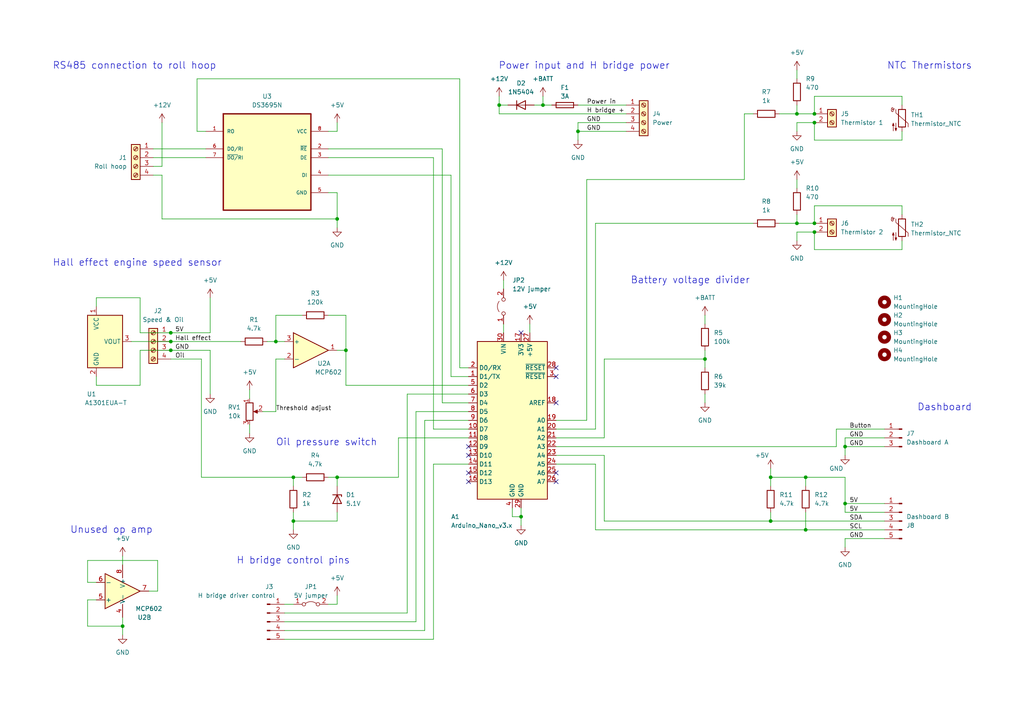
<source format=kicad_sch>
(kicad_sch (version 20230121) (generator eeschema)
  (paper "A4")
  (title_block (title "Tractor Engine Watchdog") (date "2023-10-13") (company "Jotham Gates") (comment 1 "https://github.com/jgOhYeah/TractorWatchdog"))
  (lib_symbols
    (symbol "Amplifier_Operational:MCP602" (pin_names (offset 0.127))
      (property "Reference" "U" (at 0 5.08 0))
      (property "Value" "MCP602" (at 0 -5.08 0))
      (symbol "MCP602_1_1"
        (polyline (pts (xy -5.08 5.08) (xy 5.08 0) (xy -5.08 -5.08) (xy -5.08 5.08)) (stroke (width 0.254)) (fill (type background)))
        (pin output line (at 7.62 0 180) (length 2.54) (name "~") (number "1"))
        (pin input line (at -7.62 -2.54 0) (length 2.54) (name "-") (number "2"))
        (pin input line (at -7.62 2.54 0) (length 2.54) (name "+") (number "3"))
      )
      (symbol "MCP602_2_1"
        (polyline (pts (xy -5.08 5.08) (xy 5.08 0) (xy -5.08 -5.08) (xy -5.08 5.08)) (stroke (width 0.254)) (fill (type background)))
        (pin input line (at -7.62 2.54 0) (length 2.54) (name "+") (number "5"))
        (pin input line (at -7.62 -2.54 0) (length 2.54) (name "-") (number "6"))
        (pin output line (at 7.62 0 180) (length 2.54) (name "~") (number "7"))
      )
      (symbol "MCP602_3_1"
        (pin power_in line (at -2.54 -7.62 90) (length 3.81) (name "V-") (number "4"))
        (pin power_in line (at -2.54 7.62 270) (length 3.81) (name "V+") (number "8"))
      )
    )
    (symbol "Connector:Conn_01x03_Pin" (pin_names (offset 1.016) hide)
      (property "Reference" "J" (at 0 5.08 0))
      (property "Value" "Conn_01x03_Pin" (at 0 -5.08 0))
      (symbol "Conn_01x03_Pin_1_1"
        (polyline (pts (xy 1.27 -2.54) (xy 0.8636 -2.54)) (stroke (width 0.1524)))
        (polyline (pts (xy 1.27 0) (xy 0.8636 0)) (stroke (width 0.1524)))
        (polyline (pts (xy 1.27 2.54) (xy 0.8636 2.54)) (stroke (width 0.1524)))
        (rectangle (start 0.8636 -2.413) (end 0 -2.667) (stroke (width 0.1524)) (fill (type outline)))
        (rectangle (start 0.8636 0.127) (end 0 -0.127) (stroke (width 0.1524)) (fill (type outline)))
        (rectangle (start 0.8636 2.667) (end 0 2.413) (stroke (width 0.1524)) (fill (type outline)))
        (pin passive line (at 5.08 2.54 180) (length 3.81) (name "Pin_1") (number "1"))
        (pin passive line (at 5.08 0 180) (length 3.81) (name "Pin_2") (number "2"))
        (pin passive line (at 5.08 -2.54 180) (length 3.81) (name "Pin_3") (number "3"))
      )
    )
    (symbol "Connector:Conn_01x05_Pin" (pin_names (offset 1.016) hide)
      (property "Reference" "J" (at 0 7.62 0))
      (property "Value" "Conn_01x05_Pin" (at 0 -7.62 0))
      (symbol "Conn_01x05_Pin_1_1"
        (polyline (pts (xy 1.27 -5.08) (xy 0.8636 -5.08)) (stroke (width 0.1524)))
        (polyline (pts (xy 1.27 -2.54) (xy 0.8636 -2.54)) (stroke (width 0.1524)))
        (polyline (pts (xy 1.27 0) (xy 0.8636 0)) (stroke (width 0.1524)))
        (polyline (pts (xy 1.27 2.54) (xy 0.8636 2.54)) (stroke (width 0.1524)))
        (polyline (pts (xy 1.27 5.08) (xy 0.8636 5.08)) (stroke (width 0.1524)))
        (rectangle (start 0.8636 -4.953) (end 0 -5.207) (stroke (width 0.1524)) (fill (type outline)))
        (rectangle (start 0.8636 -2.413) (end 0 -2.667) (stroke (width 0.1524)) (fill (type outline)))
        (rectangle (start 0.8636 0.127) (end 0 -0.127) (stroke (width 0.1524)) (fill (type outline)))
        (rectangle (start 0.8636 2.667) (end 0 2.413) (stroke (width 0.1524)) (fill (type outline)))
        (rectangle (start 0.8636 5.207) (end 0 4.953) (stroke (width 0.1524)) (fill (type outline)))
        (pin passive line (at 5.08 5.08 180) (length 3.81) (name "Pin_1") (number "1"))
        (pin passive line (at 5.08 2.54 180) (length 3.81) (name "Pin_2") (number "2"))
        (pin passive line (at 5.08 0 180) (length 3.81) (name "Pin_3") (number "3"))
        (pin passive line (at 5.08 -2.54 180) (length 3.81) (name "Pin_4") (number "4"))
        (pin passive line (at 5.08 -5.08 180) (length 3.81) (name "Pin_5") (number "5"))
      )
    )
    (symbol "Connector:Screw_Terminal_01x02" (pin_names (offset 1.016) hide)
      (property "Reference" "J" (at 0 2.54 0))
      (property "Value" "Screw_Terminal_01x02" (at 0 -5.08 0))
      (symbol "Screw_Terminal_01x02_1_1"
        (rectangle (start -1.27 1.27) (end 1.27 -3.81) (stroke (width 0.254)) (fill (type background)))
        (circle (center 0 -2.54) (radius 0.635) (stroke (width 0.1524)))
        (polyline (pts (xy -0.5334 -2.2098) (xy 0.3302 -3.048)) (stroke (width 0.1524)))
        (polyline (pts (xy -0.5334 0.3302) (xy 0.3302 -0.508)) (stroke (width 0.1524)))
        (polyline (pts (xy -0.3556 -2.032) (xy 0.508 -2.8702)) (stroke (width 0.1524)))
        (polyline (pts (xy -0.3556 0.508) (xy 0.508 -0.3302)) (stroke (width 0.1524)))
        (circle (center 0 0) (radius 0.635) (stroke (width 0.1524)))
        (pin passive line (at -5.08 0 0) (length 3.81) (name "Pin_1") (number "1"))
        (pin passive line (at -5.08 -2.54 0) (length 3.81) (name "Pin_2") (number "2"))
      )
    )
    (symbol "Connector:Screw_Terminal_01x04" (pin_names (offset 1.016) hide)
      (property "Reference" "J" (at 0 5.08 0))
      (property "Value" "Screw_Terminal_01x04" (at 0 -7.62 0))
      (symbol "Screw_Terminal_01x04_1_1"
        (rectangle (start -1.27 3.81) (end 1.27 -6.35) (stroke (width 0.254)) (fill (type background)))
        (circle (center 0 -5.08) (radius 0.635) (stroke (width 0.1524)))
        (circle (center 0 -2.54) (radius 0.635) (stroke (width 0.1524)))
        (polyline (pts (xy -0.5334 -4.7498) (xy 0.3302 -5.588)) (stroke (width 0.1524)))
        (polyline (pts (xy -0.5334 -2.2098) (xy 0.3302 -3.048)) (stroke (width 0.1524)))
        (polyline (pts (xy -0.5334 0.3302) (xy 0.3302 -0.508)) (stroke (width 0.1524)))
        (polyline (pts (xy -0.5334 2.8702) (xy 0.3302 2.032)) (stroke (width 0.1524)))
        (polyline (pts (xy -0.3556 -4.572) (xy 0.508 -5.4102)) (stroke (width 0.1524)))
        (polyline (pts (xy -0.3556 -2.032) (xy 0.508 -2.8702)) (stroke (width 0.1524)))
        (polyline (pts (xy -0.3556 0.508) (xy 0.508 -0.3302)) (stroke (width 0.1524)))
        (polyline (pts (xy -0.3556 3.048) (xy 0.508 2.2098)) (stroke (width 0.1524)))
        (circle (center 0 0) (radius 0.635) (stroke (width 0.1524)))
        (circle (center 0 2.54) (radius 0.635) (stroke (width 0.1524)))
        (pin passive line (at -5.08 2.54 0) (length 3.81) (name "Pin_1") (number "1"))
        (pin passive line (at -5.08 0 0) (length 3.81) (name "Pin_2") (number "2"))
        (pin passive line (at -5.08 -2.54 0) (length 3.81) (name "Pin_3") (number "3"))
        (pin passive line (at -5.08 -5.08 0) (length 3.81) (name "Pin_4") (number "4"))
      )
    )
    (symbol "DS3695N:DS3695N" (pin_names (offset 1.016))
      (property "Reference" "U" (at -5.08 11.5062 0))
      (property "Value" "DS3695N" (at -6.2992 -20.5994 0))
      (symbol "DS3695N_0_0"
        (rectangle (start -12.7 -17.78) (end 12.7 10.16) (stroke (width 0.4064)) (fill (type background)))
        (pin output line (at 17.78 5.08 180) (length 5.08) (name "RO") (number "1"))
        (pin input line (at -17.78 0 0) (length 5.08) (name "~{RE}") (number "2"))
        (pin input line (at -17.78 -2.54 0) (length 5.08) (name "DE") (number "3"))
        (pin input line (at -17.78 -7.62 0) (length 5.08) (name "DI") (number "4"))
        (pin passive line (at -17.78 -12.7 0) (length 5.08) (name "GND") (number "5"))
        (pin bidirectional line (at 17.78 0 180) (length 5.08) (name "DO/RI") (number "6"))
        (pin bidirectional line (at 17.78 -2.54 180) (length 5.08) (name "~{DO/}RI") (number "7"))
        (pin power_in line (at -17.78 5.08 0) (length 5.08) (name "VCC") (number "8"))
      )
    )
    (symbol "Device:D_Zener" (pin_numbers hide) (pin_names (offset 1.016) hide)
      (property "Reference" "D" (at 0 2.54 0))
      (property "Value" "D_Zener" (at 0 -2.54 0))
      (symbol "D_Zener_0_1"
        (polyline (pts (xy 1.27 0) (xy -1.27 0)))
        (polyline (pts (xy -1.27 -1.27) (xy -1.27 1.27) (xy -0.762 1.27)) (stroke (width 0.254)))
        (polyline (pts (xy 1.27 -1.27) (xy 1.27 1.27) (xy -1.27 0) (xy 1.27 -1.27)) (stroke (width 0.254)))
      )
      (symbol "D_Zener_1_1"
        (pin passive line (at -3.81 0 0) (length 2.54) (name "K") (number "1"))
        (pin passive line (at 3.81 0 180) (length 2.54) (name "A") (number "2"))
      )
    )
    (symbol "Device:Fuse" (pin_numbers hide) (pin_names (offset 0))
      (property "Reference" "F" (at 2.032 0 90))
      (property "Value" "Fuse" (at -1.905 0 90))
      (symbol "Fuse_0_1"
        (rectangle (start -0.762 -2.54) (end 0.762 2.54) (stroke (width 0.254)))
        (polyline (pts (xy 0 2.54) (xy 0 -2.54)))
      )
      (symbol "Fuse_1_1"
        (pin passive line (at 0 3.81 270) (length 1.27) (name "~") (number "1"))
        (pin passive line (at 0 -3.81 90) (length 1.27) (name "~") (number "2"))
      )
    )
    (symbol "Device:R" (pin_numbers hide) (pin_names (offset 0))
      (property "Reference" "R" (at 2.032 0 90))
      (property "Value" "R" (at 0 0 90))
      (symbol "R_0_1"
        (rectangle (start -1.016 -2.54) (end 1.016 2.54) (stroke (width 0.254)))
      )
      (symbol "R_1_1"
        (pin passive line (at 0 3.81 270) (length 1.27) (name "~") (number "1"))
        (pin passive line (at 0 -3.81 90) (length 1.27) (name "~") (number "2"))
      )
    )
    (symbol "Device:R_Potentiometer" (pin_names (offset 1.016) hide)
      (property "Reference" "RV" (at -4.445 0 90))
      (property "Value" "R_Potentiometer" (at -2.54 0 90))
      (symbol "R_Potentiometer_0_1"
        (polyline (pts (xy 2.54 0) (xy 1.524 0)))
        (polyline (pts (xy 1.143 0) (xy 2.286 0.508) (xy 2.286 -0.508) (xy 1.143 0)) (fill (type outline)))
        (rectangle (start 1.016 2.54) (end -1.016 -2.54) (stroke (width 0.254)))
      )
      (symbol "R_Potentiometer_1_1"
        (pin passive line (at 0 3.81 270) (length 1.27) (name "1") (number "1"))
        (pin passive line (at 3.81 0 180) (length 1.27) (name "2") (number "2"))
        (pin passive line (at 0 -3.81 90) (length 1.27) (name "3") (number "3"))
      )
    )
    (symbol "Device:Thermistor_NTC" (pin_numbers hide) (pin_names (offset 0))
      (property "Reference" "TH" (at -4.445 0 90))
      (property "Value" "Thermistor_NTC" (at 3.175 0 90))
      (symbol "Thermistor_NTC_0_1"
        (arc (start -3.048 2.159) (mid -3.0495 2.3143) (end -3.175 2.413))
        (arc (start -3.048 2.159) (mid -2.9736 1.9794) (end -2.794 1.905))
        (arc (start -3.048 2.794) (mid -2.9736 2.6144) (end -2.794 2.54))
        (arc (start -2.794 1.905) (mid -2.6144 1.9794) (end -2.54 2.159))
        (arc (start -2.794 2.54) (mid -2.4393 2.5587) (end -2.159 2.794))
        (arc (start -2.794 3.048) (mid -2.9736 2.9736) (end -3.048 2.794))
        (arc (start -2.54 2.794) (mid -2.6144 2.9736) (end -2.794 3.048))
        (rectangle (start -1.016 2.54) (end 1.016 -2.54) (stroke (width 0.254)))
        (polyline (pts (xy -2.54 2.159) (xy -2.54 2.794)))
        (polyline (pts (xy -1.778 2.54) (xy -1.778 1.524) (xy 1.778 -1.524) (xy 1.778 -2.54)))
        (polyline (pts (xy -2.54 -3.683) (xy -2.54 -1.397) (xy -2.794 -2.159) (xy -2.286 -2.159) (xy -2.54 -1.397) (xy -2.54 -1.651)) (fill (type outline)))
        (polyline (pts (xy -1.778 -1.397) (xy -1.778 -3.683) (xy -2.032 -2.921) (xy -1.524 -2.921) (xy -1.778 -3.683) (xy -1.778 -3.429)) (fill (type outline)))
      )
      (symbol "Thermistor_NTC_1_1"
        (pin passive line (at 0 3.81 270) (length 1.27) (name "~") (number "1"))
        (pin passive line (at 0 -3.81 90) (length 1.27) (name "~") (number "2"))
      )
    )
    (symbol "Diode:1N5404" (pin_numbers hide) (pin_names hide)
      (property "Reference" "D" (at 0 2.54 0))
      (property "Value" "1N5404" (at 0 -2.54 0))
      (symbol "1N5404_0_1"
        (polyline (pts (xy -1.27 1.27) (xy -1.27 -1.27)) (stroke (width 0.254)))
        (polyline (pts (xy 1.27 0) (xy -1.27 0)))
        (polyline (pts (xy 1.27 1.27) (xy 1.27 -1.27) (xy -1.27 0) (xy 1.27 1.27)) (stroke (width 0.254)))
      )
      (symbol "1N5404_1_1"
        (pin passive line (at -3.81 0 0) (length 2.54) (name "K") (number "1"))
        (pin passive line (at 3.81 0 180) (length 2.54) (name "A") (number "2"))
      )
    )
    (symbol "Jumper:Jumper_2_Bridged" (pin_names (offset 0) hide)
      (property "Reference" "JP" (at 0 1.905 0))
      (property "Value" "Jumper_2_Bridged" (at 0 -2.54 0))
      (symbol "Jumper_2_Bridged_0_0"
        (circle (center -2.032 0) (radius 0.508))
        (circle (center 2.032 0) (radius 0.508))
      )
      (symbol "Jumper_2_Bridged_0_1"
        (arc (start 1.524 0.254) (mid 0 0.762) (end -1.524 0.254))
      )
      (symbol "Jumper_2_Bridged_1_1"
        (pin passive line (at -5.08 0 0) (length 2.54) (name "A") (number "1"))
        (pin passive line (at 5.08 0 180) (length 2.54) (name "B") (number "2"))
      )
    )
    (symbol "Jumper:Jumper_2_Open" (pin_names (offset 0) hide)
      (property "Reference" "JP" (at 0 2.794 0))
      (property "Value" "Jumper_2_Open" (at 0 -2.286 0))
      (symbol "Jumper_2_Open_0_0"
        (circle (center -2.032 0) (radius 0.508))
        (circle (center 2.032 0) (radius 0.508))
      )
      (symbol "Jumper_2_Open_0_1"
        (arc (start 1.524 1.27) (mid 0 1.778) (end -1.524 1.27))
      )
      (symbol "Jumper_2_Open_1_1"
        (pin passive line (at -5.08 0 0) (length 2.54) (name "A") (number "1"))
        (pin passive line (at 5.08 0 180) (length 2.54) (name "B") (number "2"))
      )
    )
    (symbol "MCU_Module:Arduino_Nano_v3.x"
      (property "Reference" "A" (at -10.16 23.495 0))
      (property "Value" "Arduino_Nano_v3.x" (at 5.08 -24.13 0))
      (symbol "Arduino_Nano_v3.x_0_1"
        (rectangle (start -10.16 22.86) (end 10.16 -22.86) (stroke (width 0.254)) (fill (type background)))
      )
      (symbol "Arduino_Nano_v3.x_1_1"
        (pin bidirectional line (at -12.7 12.7 0) (length 2.54) (name "D1/TX") (number "1"))
        (pin bidirectional line (at -12.7 -2.54 0) (length 2.54) (name "D7") (number "10"))
        (pin bidirectional line (at -12.7 -5.08 0) (length 2.54) (name "D8") (number "11"))
        (pin bidirectional line (at -12.7 -7.62 0) (length 2.54) (name "D9") (number "12"))
        (pin bidirectional line (at -12.7 -10.16 0) (length 2.54) (name "D10") (number "13"))
        (pin bidirectional line (at -12.7 -12.7 0) (length 2.54) (name "D11") (number "14"))
        (pin bidirectional line (at -12.7 -15.24 0) (length 2.54) (name "D12") (number "15"))
        (pin bidirectional line (at -12.7 -17.78 0) (length 2.54) (name "D13") (number "16"))
        (pin power_out line (at 2.54 25.4 270) (length 2.54) (name "3V3") (number "17"))
        (pin input line (at 12.7 5.08 180) (length 2.54) (name "AREF") (number "18"))
        (pin bidirectional line (at 12.7 0 180) (length 2.54) (name "A0") (number "19"))
        (pin bidirectional line (at -12.7 15.24 0) (length 2.54) (name "D0/RX") (number "2"))
        (pin bidirectional line (at 12.7 -2.54 180) (length 2.54) (name "A1") (number "20"))
        (pin bidirectional line (at 12.7 -5.08 180) (length 2.54) (name "A2") (number "21"))
        (pin bidirectional line (at 12.7 -7.62 180) (length 2.54) (name "A3") (number "22"))
        (pin bidirectional line (at 12.7 -10.16 180) (length 2.54) (name "A4") (number "23"))
        (pin bidirectional line (at 12.7 -12.7 180) (length 2.54) (name "A5") (number "24"))
        (pin bidirectional line (at 12.7 -15.24 180) (length 2.54) (name "A6") (number "25"))
        (pin bidirectional line (at 12.7 -17.78 180) (length 2.54) (name "A7") (number "26"))
        (pin power_out line (at 5.08 25.4 270) (length 2.54) (name "+5V") (number "27"))
        (pin input line (at 12.7 15.24 180) (length 2.54) (name "~{RESET}") (number "28"))
        (pin power_in line (at 2.54 -25.4 90) (length 2.54) (name "GND") (number "29"))
        (pin input line (at 12.7 12.7 180) (length 2.54) (name "~{RESET}") (number "3"))
        (pin power_in line (at -2.54 25.4 270) (length 2.54) (name "VIN") (number "30"))
        (pin power_in line (at 0 -25.4 90) (length 2.54) (name "GND") (number "4"))
        (pin bidirectional line (at -12.7 10.16 0) (length 2.54) (name "D2") (number "5"))
        (pin bidirectional line (at -12.7 7.62 0) (length 2.54) (name "D3") (number "6"))
        (pin bidirectional line (at -12.7 5.08 0) (length 2.54) (name "D4") (number "7"))
        (pin bidirectional line (at -12.7 2.54 0) (length 2.54) (name "D5") (number "8"))
        (pin bidirectional line (at -12.7 0 0) (length 2.54) (name "D6") (number "9"))
      )
    )
    (symbol "Mechanical:MountingHole" (pin_names (offset 1.016))
      (property "Reference" "H" (at 0 5.08 0))
      (property "Value" "MountingHole" (at 0 3.175 0))
      (symbol "MountingHole_0_1"
        (circle (center 0 0) (radius 1.27) (stroke (width 1.27)))
      )
    )
    (symbol "Sensor_Magnetic:A1301EUA-T"
      (property "Reference" "U" (at 0 11.43 0))
      (property "Value" "A1301EUA-T" (at 0 8.89 0))
      (symbol "A1301EUA-T_0_1"
        (rectangle (start -5.08 7.62) (end 5.08 -7.62) (stroke (width 0.254)) (fill (type background)))
      )
      (symbol "A1301EUA-T_1_1"
        (pin power_in line (at -2.54 10.16 270) (length 2.54) (name "VCC") (number "1"))
        (pin power_in line (at -2.54 -10.16 90) (length 2.54) (name "GND") (number "2"))
        (pin output line (at 7.62 0 180) (length 2.54) (name "VOUT") (number "3"))
      )
    )
    (symbol "power:+12V" (power) (pin_names (offset 0))
      (property "Value" "+12V" (at 0 3.556 0))
      (symbol "+12V_0_1"
        (polyline (pts (xy -0.762 1.27) (xy 0 2.54)))
        (polyline (pts (xy 0 0) (xy 0 2.54)))
        (polyline (pts (xy 0 2.54) (xy 0.762 1.27)))
      )
      (symbol "+12V_1_1"
        (pin power_in line (at 0 0 90) (length 0) hide (name "+12V") (number "1"))
      )
    )
    (symbol "power:+5V" (power) (pin_names (offset 0))
      (property "Value" "+5V" (at 0 3.556 0))
      (symbol "+5V_0_1"
        (polyline (pts (xy -0.762 1.27) (xy 0 2.54)))
        (polyline (pts (xy 0 0) (xy 0 2.54)))
        (polyline (pts (xy 0 2.54) (xy 0.762 1.27)))
      )
      (symbol "+5V_1_1"
        (pin power_in line (at 0 0 90) (length 0) hide (name "+5V") (number "1"))
      )
    )
    (symbol "power:+BATT" (power) (pin_names (offset 0))
      (property "Value" "+BATT" (at 0 3.556 0))
      (symbol "+BATT_0_1"
        (polyline (pts (xy -0.762 1.27) (xy 0 2.54)))
        (polyline (pts (xy 0 0) (xy 0 2.54)))
        (polyline (pts (xy 0 2.54) (xy 0.762 1.27)))
      )
      (symbol "+BATT_1_1"
        (pin power_in line (at 0 0 90) (length 0) hide (name "+BATT") (number "1"))
      )
    )
    (symbol "power:GND" (power) (pin_names (offset 0))
      (property "Value" "GND" (at 0 -3.81 0))
      (symbol "GND_0_1"
        (polyline (pts (xy 0 0) (xy 0 -1.27) (xy 1.27 -1.27) (xy 0 -2.54) (xy -1.27 -1.27) (xy 0 -1.27)))
      )
      (symbol "GND_1_1"
        (pin power_in line (at 0 0 270) (length 0) hide (name "GND") (number "1"))
      )
    )
  )
  (junction (at 245.11 129.54))
  (junction (at 97.79 138.43))
  (junction (at 236.22 64.77))
  (junction (at 35.56 181.61))
  (junction (at 236.22 67.31))
  (junction (at 49.53 96.52))
  (junction (at 49.53 101.6))
  (junction (at 100.33 101.6))
  (junction (at 80.01 99.06))
  (junction (at 157.48 30.48))
  (junction (at 231.14 64.77))
  (junction (at 231.14 33.02))
  (junction (at 236.22 35.56))
  (junction (at 49.53 99.06))
  (junction (at 204.47 104.14))
  (junction (at 233.68 153.67))
  (junction (at 236.22 33.02))
  (junction (at 85.09 138.43))
  (junction (at 223.52 138.43))
  (junction (at 245.11 146.05))
  (junction (at 151.13 149.86))
  (junction (at 85.09 151.13))
  (junction (at 97.79 63.5))
  (junction (at 233.68 138.43))
  (junction (at 167.64 38.1))
  (junction (at 223.52 151.13))
  (junction (at 144.78 30.48))
  (no_connect (at 151.13 96.52))
  (no_connect (at 135.89 129.54))
  (no_connect (at 135.89 139.7))
  (no_connect (at 135.89 132.08))
  (no_connect (at 161.29 139.7))
  (no_connect (at 161.29 137.16))
  (no_connect (at 161.29 116.84))
  (no_connect (at 161.29 109.22))
  (no_connect (at 135.89 137.16))
  (no_connect (at 161.29 106.68))
  (wire (pts (xy 40.64 101.6) (xy 40.64 111.76)))
  (wire (pts (xy 115.57 127) (xy 115.57 138.43)))
  (wire (pts (xy 82.55 175.26) (xy 85.09 175.26)))
  (wire (pts (xy 161.29 134.62) (xy 172.72 134.62)))
  (wire (pts (xy 60.96 86.36) (xy 60.96 96.52)))
  (wire (pts (xy 57.15 22.86) (xy 57.15 38.1)))
  (wire (pts (xy 125.73 45.72) (xy 95.25 45.72)))
  (wire (pts (xy 172.72 64.77) (xy 172.72 124.46)))
  (wire (pts (xy 223.52 151.13) (xy 256.54 151.13)))
  (wire (pts (xy 151.13 149.86) (xy 151.13 152.4)))
  (wire (pts (xy 44.45 50.8) (xy 46.99 50.8)))
  (wire (pts (xy 236.22 35.56) (xy 236.22 40.64)))
  (wire (pts (xy 133.35 22.86) (xy 57.15 22.86)))
  (wire (pts (xy 45.72 171.45) (xy 43.18 171.45)))
  (wire (pts (xy 204.47 91.44) (xy 204.47 93.98)))
  (wire (pts (xy 49.53 101.6) (xy 60.96 101.6)))
  (wire (pts (xy 135.89 106.68) (xy 133.35 106.68)))
  (wire (pts (xy 125.73 185.42) (xy 125.73 134.62)))
  (wire (pts (xy 146.05 93.98) (xy 146.05 96.52)))
  (wire (pts (xy 125.73 124.46) (xy 125.73 45.72)))
  (wire (pts (xy 82.55 99.06) (xy 80.01 99.06)))
  (wire (pts (xy 261.62 27.94) (xy 261.62 30.48)))
  (wire (pts (xy 175.26 104.14) (xy 175.26 127)))
  (wire (pts (xy 261.62 59.69) (xy 236.22 59.69)))
  (wire (pts (xy 125.73 124.46) (xy 135.89 124.46)))
  (wire (pts (xy 170.18 52.07) (xy 215.9 52.07)))
  (wire (pts (xy 46.99 50.8) (xy 46.99 63.5)))
  (wire (pts (xy 35.56 161.29) (xy 35.56 163.83)))
  (wire (pts (xy 181.61 35.56) (xy 167.64 35.56)))
  (wire (pts (xy 261.62 27.94) (xy 236.22 27.94)))
  (wire (pts (xy 123.19 121.92) (xy 135.89 121.92)))
  (wire (pts (xy 40.64 86.36) (xy 40.64 96.52)))
  (wire (pts (xy 97.79 35.56) (xy 97.79 38.1)))
  (wire (pts (xy 82.55 104.14) (xy 80.01 104.14)))
  (wire (pts (xy 245.11 129.54) (xy 245.11 132.08)))
  (wire (pts (xy 35.56 184.15) (xy 35.56 181.61)))
  (wire (pts (xy 80.01 119.38) (xy 76.2 119.38)))
  (wire (pts (xy 80.01 91.44) (xy 87.63 91.44)))
  (wire (pts (xy 97.79 38.1) (xy 95.25 38.1)))
  (wire (pts (xy 261.62 59.69) (xy 261.62 62.23)))
  (wire (pts (xy 60.96 101.6) (xy 60.96 114.3)))
  (wire (pts (xy 261.62 40.64) (xy 236.22 40.64)))
  (wire (pts (xy 167.64 35.56) (xy 167.64 38.1)))
  (wire (pts (xy 125.73 134.62) (xy 135.89 134.62)))
  (wire (pts (xy 236.22 27.94) (xy 236.22 33.02)))
  (wire (pts (xy 46.99 63.5) (xy 97.79 63.5)))
  (wire (pts (xy 57.15 38.1) (xy 59.69 38.1)))
  (wire (pts (xy 245.11 127) (xy 245.11 129.54)))
  (wire (pts (xy 233.68 153.67) (xy 256.54 153.67)))
  (wire (pts (xy 215.9 52.07) (xy 215.9 33.02)))
  (wire (pts (xy 167.64 30.48) (xy 181.61 30.48)))
  (wire (pts (xy 100.33 101.6) (xy 100.33 111.76)))
  (wire (pts (xy 97.79 63.5) (xy 97.79 66.04)))
  (wire (pts (xy 100.33 91.44) (xy 100.33 101.6)))
  (wire (pts (xy 97.79 63.5) (xy 97.79 55.88)))
  (wire (pts (xy 233.68 138.43) (xy 245.11 138.43)))
  (wire (pts (xy 44.45 43.18) (xy 59.69 43.18)))
  (wire (pts (xy 40.64 111.76) (xy 27.94 111.76)))
  (wire (pts (xy 153.67 93.98) (xy 153.67 96.52)))
  (wire (pts (xy 204.47 101.6) (xy 204.47 104.14)))
  (wire (pts (xy 172.72 153.67) (xy 233.68 153.67)))
  (wire (pts (xy 25.4 168.91) (xy 25.4 162.56)))
  (wire (pts (xy 128.27 116.84) (xy 135.89 116.84)))
  (wire (pts (xy 233.68 138.43) (xy 233.68 140.97)))
  (wire (pts (xy 118.11 114.3) (xy 135.89 114.3)))
  (wire (pts (xy 97.79 138.43) (xy 97.79 140.97)))
  (wire (pts (xy 135.89 109.22) (xy 130.81 109.22)))
  (wire (pts (xy 154.94 30.48) (xy 157.48 30.48)))
  (wire (pts (xy 100.33 101.6) (xy 97.79 101.6)))
  (wire (pts (xy 231.14 64.77) (xy 236.22 64.77)))
  (wire (pts (xy 170.18 52.07) (xy 170.18 121.92)))
  (wire (pts (xy 27.94 109.22) (xy 27.94 111.76)))
  (wire (pts (xy 175.26 151.13) (xy 175.26 132.08)))
  (wire (pts (xy 204.47 114.3) (xy 204.47 116.84)))
  (wire (pts (xy 144.78 33.02) (xy 144.78 30.48)))
  (wire (pts (xy 72.39 123.19) (xy 72.39 125.73)))
  (wire (pts (xy 231.14 33.02) (xy 236.22 33.02)))
  (wire (pts (xy 161.29 127) (xy 175.26 127)))
  (wire (pts (xy 148.59 149.86) (xy 151.13 149.86)))
  (wire (pts (xy 128.27 43.18) (xy 95.25 43.18)))
  (wire (pts (xy 85.09 138.43) (xy 85.09 140.97)))
  (wire (pts (xy 120.65 180.34) (xy 120.65 119.38)))
  (wire (pts (xy 231.14 67.31) (xy 231.14 69.85)))
  (wire (pts (xy 130.81 50.8) (xy 95.25 50.8)))
  (wire (pts (xy 25.4 181.61) (xy 35.56 181.61)))
  (wire (pts (xy 245.11 148.59) (xy 245.11 146.05)))
  (wire (pts (xy 49.53 96.52) (xy 60.96 96.52)))
  (wire (pts (xy 25.4 173.99) (xy 25.4 181.61)))
  (wire (pts (xy 242.57 124.46) (xy 242.57 129.54)))
  (wire (pts (xy 27.94 86.36) (xy 27.94 88.9)))
  (wire (pts (xy 256.54 148.59) (xy 245.11 148.59)))
  (wire (pts (xy 97.79 148.59) (xy 97.79 151.13)))
  (wire (pts (xy 223.52 138.43) (xy 233.68 138.43)))
  (wire (pts (xy 128.27 116.84) (xy 128.27 43.18)))
  (wire (pts (xy 175.26 132.08) (xy 161.29 132.08)))
  (wire (pts (xy 236.22 59.69) (xy 236.22 64.77)))
  (wire (pts (xy 85.09 151.13) (xy 85.09 153.67)))
  (wire (pts (xy 58.42 104.14) (xy 58.42 138.43)))
  (wire (pts (xy 130.81 109.22) (xy 130.81 50.8)))
  (wire (pts (xy 45.72 162.56) (xy 45.72 171.45)))
  (wire (pts (xy 95.25 138.43) (xy 97.79 138.43)))
  (wire (pts (xy 58.42 138.43) (xy 85.09 138.43)))
  (wire (pts (xy 236.22 35.56) (xy 231.14 35.56)))
  (wire (pts (xy 261.62 69.85) (xy 261.62 72.39)))
  (wire (pts (xy 95.25 175.26) (xy 97.79 175.26)))
  (wire (pts (xy 157.48 27.94) (xy 157.48 30.48)))
  (wire (pts (xy 27.94 86.36) (xy 40.64 86.36)))
  (wire (pts (xy 167.64 38.1) (xy 167.64 40.64)))
  (wire (pts (xy 148.59 147.32) (xy 148.59 149.86)))
  (wire (pts (xy 82.55 177.8) (xy 118.11 177.8)))
  (wire (pts (xy 231.14 62.23) (xy 231.14 64.77)))
  (wire (pts (xy 256.54 124.46) (xy 242.57 124.46)))
  (wire (pts (xy 245.11 156.21) (xy 245.11 158.75)))
  (wire (pts (xy 223.52 135.89) (xy 223.52 138.43)))
  (wire (pts (xy 97.79 55.88) (xy 95.25 55.88)))
  (wire (pts (xy 49.53 101.6) (xy 40.64 101.6)))
  (wire (pts (xy 85.09 151.13) (xy 85.09 148.59)))
  (wire (pts (xy 231.14 52.07) (xy 231.14 54.61)))
  (wire (pts (xy 123.19 182.88) (xy 123.19 121.92)))
  (wire (pts (xy 231.14 35.56) (xy 231.14 38.1)))
  (wire (pts (xy 115.57 138.43) (xy 97.79 138.43)))
  (wire (pts (xy 25.4 173.99) (xy 27.94 173.99)))
  (wire (pts (xy 223.52 140.97) (xy 223.52 138.43)))
  (wire (pts (xy 236.22 67.31) (xy 236.22 72.39)))
  (wire (pts (xy 100.33 111.76) (xy 135.89 111.76)))
  (wire (pts (xy 245.11 129.54) (xy 256.54 129.54)))
  (wire (pts (xy 256.54 156.21) (xy 245.11 156.21)))
  (wire (pts (xy 85.09 138.43) (xy 87.63 138.43)))
  (wire (pts (xy 25.4 162.56) (xy 45.72 162.56)))
  (wire (pts (xy 82.55 180.34) (xy 120.65 180.34)))
  (wire (pts (xy 144.78 27.94) (xy 144.78 30.48)))
  (wire (pts (xy 27.94 168.91) (xy 25.4 168.91)))
  (wire (pts (xy 233.68 148.59) (xy 233.68 153.67)))
  (wire (pts (xy 245.11 146.05) (xy 256.54 146.05)))
  (wire (pts (xy 172.72 124.46) (xy 161.29 124.46)))
  (wire (pts (xy 82.55 182.88) (xy 123.19 182.88)))
  (wire (pts (xy 236.22 67.31) (xy 231.14 67.31)))
  (wire (pts (xy 95.25 91.44) (xy 100.33 91.44)))
  (wire (pts (xy 151.13 147.32) (xy 151.13 149.86)))
  (wire (pts (xy 82.55 185.42) (xy 125.73 185.42)))
  (wire (pts (xy 77.47 99.06) (xy 80.01 99.06)))
  (wire (pts (xy 161.29 121.92) (xy 170.18 121.92)))
  (wire (pts (xy 256.54 127) (xy 245.11 127)))
  (wire (pts (xy 49.53 96.52) (xy 40.64 96.52)))
  (wire (pts (xy 72.39 113.03) (xy 72.39 115.57)))
  (wire (pts (xy 215.9 33.02) (xy 218.44 33.02)))
  (wire (pts (xy 38.1 99.06) (xy 49.53 99.06)))
  (wire (pts (xy 46.99 35.56) (xy 46.99 48.26)))
  (wire (pts (xy 115.57 127) (xy 135.89 127)))
  (wire (pts (xy 226.06 33.02) (xy 231.14 33.02)))
  (wire (pts (xy 35.56 179.07) (xy 35.56 181.61)))
  (wire (pts (xy 223.52 148.59) (xy 223.52 151.13)))
  (wire (pts (xy 175.26 104.14) (xy 204.47 104.14)))
  (wire (pts (xy 49.53 104.14) (xy 58.42 104.14)))
  (wire (pts (xy 245.11 138.43) (xy 245.11 146.05)))
  (wire (pts (xy 120.65 119.38) (xy 135.89 119.38)))
  (wire (pts (xy 144.78 33.02) (xy 181.61 33.02)))
  (wire (pts (xy 231.14 20.32) (xy 231.14 22.86)))
  (wire (pts (xy 181.61 38.1) (xy 167.64 38.1)))
  (wire (pts (xy 80.01 104.14) (xy 80.01 119.38)))
  (wire (pts (xy 157.48 30.48) (xy 160.02 30.48)))
  (wire (pts (xy 97.79 151.13) (xy 85.09 151.13)))
  (wire (pts (xy 175.26 151.13) (xy 223.52 151.13)))
  (wire (pts (xy 144.78 30.48) (xy 147.32 30.48)))
  (wire (pts (xy 133.35 106.68) (xy 133.35 22.86)))
  (wire (pts (xy 146.05 81.28) (xy 146.05 83.82)))
  (wire (pts (xy 49.53 99.06) (xy 69.85 99.06)))
  (wire (pts (xy 261.62 38.1) (xy 261.62 40.64)))
  (wire (pts (xy 80.01 91.44) (xy 80.01 99.06)))
  (wire (pts (xy 161.29 129.54) (xy 242.57 129.54)))
  (wire (pts (xy 231.14 30.48) (xy 231.14 33.02)))
  (wire (pts (xy 226.06 64.77) (xy 231.14 64.77)))
  (wire (pts (xy 44.45 48.26) (xy 46.99 48.26)))
  (wire (pts (xy 172.72 64.77) (xy 218.44 64.77)))
  (wire (pts (xy 261.62 72.39) (xy 236.22 72.39)))
  (wire (pts (xy 44.45 45.72) (xy 59.69 45.72)))
  (wire (pts (xy 118.11 177.8) (xy 118.11 114.3)))
  (wire (pts (xy 204.47 104.14) (xy 204.47 106.68)))
  (wire (pts (xy 97.79 175.26) (xy 97.79 172.72)))
  (wire (pts (xy 172.72 153.67) (xy 172.72 134.62)))
  (text "Battery voltage divider" (at 182.88 82.55 0) (effects (font (size 2 2)) (justify left bottom)))
  (text "Power input and H bridge power" (at 194.31 20.32 0) (effects (font (size 2 2)) (justify right bottom)))
  (text "Unused op amp" (at 20.32 154.94 0) (effects (font (size 2 2)) (justify left bottom)))
  (text "Oil pressure switch" (at 80.01 129.54 0) (effects (font (size 2 2)) (justify left bottom)))
  (text "Dashboard" (at 281.94 119.38 0) (effects (font (size 2 2)) (justify right bottom)))
  (text "H bridge control pins" (at 68.58 163.83 0) (effects (font (size 2 2)) (justify left bottom)))
  (text "NTC Thermistors" (at 281.94 20.32 0) (effects (font (size 2 2)) (justify right bottom)))
  (text "Hall effect engine speed sensor" (at 15.24 77.47 0) (effects (font (size 2 2)) (justify left bottom)))
  (text "RS485 connection to roll hoop" (at 15.24 20.32 0) (effects (font (size 2 2)) (justify left bottom)))
  (label "Button" (at 246.38 124.46 0))
  (label "SCL" (at 246.38 153.67 0))
  (label "5V" (at 246.38 148.59 0))
  (label "Threshold adjust" (at 80.01 119.38 0))
  (label "5V" (at 246.38 146.05 0))
  (label "SDA" (at 246.38 151.13 0))
  (label "Hall effect" (at 50.8 99.06 0))
  (label "GND" (at 246.38 129.54 0))
  (label "GND" (at 246.38 156.21 0))
  (label "GND" (at 170.18 38.1 0))
  (label "Oil" (at 50.8 104.14 0))
  (label "GND" (at 246.38 127 0))
  (label "Power in" (at 170.18 30.48 0))
  (label "5V" (at 50.8 96.52 0))
  (label "GND" (at 170.18 35.56 0))
  (label "H bridge +" (at 170.18 33.02 0))
  (label "GND" (at 50.8 101.6 0))
  (symbol (lib_id "power:GND") (at 167.64 40.64 0) (unit 1)
    (property "Reference" "#PWR017" (effects hide))
    (property "Value" "GND" (at 167.64 45.72 0))
  )
  (symbol (lib_id "Connector:Screw_Terminal_01x04") (at 186.69 33.02 0) (unit 1)
    (property "Reference" "J4" (at 189.23 33.02 0) (effects (justify left)))
    (property "Value" "Power" (at 189.23 35.56 0) (effects (justify left)))
    (property "Footprint" "TerminalBlock:TerminalBlock_bornier-4_P5.08mm" (effects hide))
  )
  (symbol (lib_id "power:GND") (at 231.14 69.85 0) (unit 1)
    (property "Reference" "#PWR023" (effects hide))
    (property "Value" "GND" (at 231.14 74.93 0))
  )
  (symbol (lib_id "Mechanical:MountingHole") (at 256.54 92.71 0) (unit 1)
    (property "Reference" "H2" (at 259.08 91.44 0) (effects (justify left)))
    (property "Value" "MountingHole" (at 259.08 93.98 0) (effects (justify left)))
    (property "Footprint" "MountingHole:MountingHole_3.2mm_M3_Pad" (effects hide))
  )
  (symbol (lib_id "Device:Thermistor_NTC") (at 261.62 66.04 0) (unit 1) (on_board no)
    (property "Reference" "TH2" (at 264.16 65.0875 0) (effects (justify left)))
    (property "Value" "Thermistor_NTC" (at 264.16 67.6275 0) (effects (justify left)))
  )
  (symbol (lib_id "Diode:1N5404") (at 151.13 30.48 0) (unit 1)
    (property "Reference" "D2" (at 151.13 24.13 0))
    (property "Value" "1N5404" (at 151.13 26.67 0))
    (property "Footprint" "Diode_THT:D_DO-201AD_P15.24mm_Horizontal" (effects hide))
    (property "Datasheet" "http://www.vishay.com/docs/88516/1n5400.pdf" (effects hide))
    (property "Sim.Device" "D" (effects hide))
    (property "Sim.Pins" "1=K 2=A" (effects hide))
  )
  (symbol (lib_id "MCU_Module:Arduino_Nano_v3.x") (at 148.59 121.92 0) (unit 1)
    (property "Reference" "A1" (at 130.81 149.86 0) (effects (justify left)))
    (property "Value" "Arduino_Nano_v3.x" (at 130.81 152.4 0) (effects (justify left)))
    (property "Footprint" "Module:Arduino_Nano" (effects hide))
    (property "Datasheet" "http://www.mouser.com/pdfdocs/Gravitech_Arduino_Nano3_0.pdf" (effects hide))
  )
  (symbol (lib_id "power:+5V") (at 60.96 86.36 0) (unit 1)
    (property "Reference" "#PWR04" (effects hide))
    (property "Value" "+5V" (at 60.96 81.28 0))
  )
  (symbol (lib_id "power:+5V") (at 153.67 93.98 0) (unit 1)
    (property "Reference" "#PWR015" (effects hide))
    (property "Value" "+5V" (at 153.67 88.9 0))
  )
  (symbol (lib_id "Jumper:Jumper_2_Bridged") (at 90.17 175.26 0) (unit 1)
    (property "Reference" "JP1" (at 90.17 170.18 0))
    (property "Value" "5V jumper" (at 90.17 172.72 0))
    (property "Footprint" "Connector_PinSocket_2.54mm:PinSocket_1x02_P2.54mm_Vertical" (effects hide))
  )
  (symbol (lib_id "Amplifier_Operational:MCP602") (at 35.56 171.45 0) (mirror x) (unit 2)
    (property "Reference" "U2" (at 41.91 179.07 0))
    (property "Value" "MCP602" (at 43.18 176.53 0))
    (property "Footprint" "Package_DIP:DIP-8_W7.62mm_Socket_LongPads" (effects hide))
    (property "Datasheet" "http://ww1.microchip.com/downloads/en/DeviceDoc/21314g.pdf" (effects hide))
  )
  (symbol (lib_id "Device:R") (at 223.52 144.78 0) (unit 1)
    (property "Reference" "R11" (at 226.06 143.51 0) (effects (justify left)))
    (property "Value" "4.7k" (at 226.06 146.05 0) (effects (justify left)))
    (property "Footprint" "Resistor_THT:R_Axial_DIN0207_L6.3mm_D2.5mm_P7.62mm_Horizontal" (effects hide))
  )
  (symbol (lib_id "Device:R") (at 231.14 58.42 0) (unit 1)
    (property "Reference" "R10" (at 233.68 54.61 0) (effects (justify left)))
    (property "Value" "470" (at 233.68 57.15 0) (effects (justify left)))
    (property "Footprint" "Resistor_THT:R_Axial_DIN0207_L6.3mm_D2.5mm_P7.62mm_Horizontal" (effects hide))
  )
  (symbol (lib_id "Device:R") (at 73.66 99.06 270) (unit 1)
    (property "Reference" "R1" (at 73.66 92.71 90))
    (property "Value" "4.7k" (at 73.66 95.25 90))
    (property "Footprint" "Resistor_THT:R_Axial_DIN0207_L6.3mm_D2.5mm_P7.62mm_Horizontal" (effects hide))
  )
  (symbol (lib_id "Amplifier_Operational:MCP602") (at 90.17 101.6 0) (unit 1)
    (property "Reference" "U2" (at 93.98 105.41 0))
    (property "Value" "MCP602" (at 95.25 107.95 0))
    (property "Footprint" "Package_DIP:DIP-8_W7.62mm_Socket_LongPads" (effects hide))
    (property "Datasheet" "http://ww1.microchip.com/downloads/en/DeviceDoc/21314g.pdf" (effects hide))
  )
  (symbol (lib_id "power:+5V") (at 223.52 135.89 0) (unit 1)
    (property "Reference" "#PWR025" (effects hide))
    (property "Value" "+5V" (at 220.98 132.08 0))
  )
  (symbol (lib_id "power:GND") (at 35.56 184.15 0) (unit 1)
    (property "Reference" "#PWR02" (effects hide))
    (property "Value" "GND" (at 35.56 189.23 0))
  )
  (symbol (lib_id "power:+12V") (at 46.99 35.56 0) (unit 1)
    (property "Reference" "#PWR03" (effects hide))
    (property "Value" "+12V" (at 46.99 30.48 0))
  )
  (symbol (lib_id "power:+12V") (at 146.05 81.28 0) (unit 1)
    (property "Reference" "#PWR013" (effects hide))
    (property "Value" "+12V" (at 146.05 76.2 0))
  )
  (symbol (lib_id "power:GND") (at 72.39 125.73 0) (unit 1)
    (property "Reference" "#PWR07" (effects hide))
    (property "Value" "GND" (at 72.39 130.81 0))
  )
  (symbol (lib_id "Device:R") (at 204.47 97.79 0) (unit 1)
    (property "Reference" "R5" (at 207.01 96.52 0) (effects (justify left)))
    (property "Value" "100k" (at 207.01 99.06 0) (effects (justify left)))
    (property "Footprint" "Resistor_THT:R_Axial_DIN0207_L6.3mm_D2.5mm_P7.62mm_Horizontal" (effects hide))
  )
  (symbol (lib_id "power:+5V") (at 231.14 20.32 0) (unit 1)
    (property "Reference" "#PWR020" (effects hide))
    (property "Value" "+5V" (at 231.14 15.24 0))
  )
  (symbol (lib_id "power:+5V") (at 72.39 113.03 0) (unit 1)
    (property "Reference" "#PWR06" (effects hide))
    (property "Value" "+5V" (at 72.39 107.95 0))
  )
  (symbol (lib_id "Sensor_Magnetic:A1301EUA-T") (at 30.48 99.06 0) (unit 1) (on_board no)
    (property "Reference" "U1" (at 27.94 114.3 0) (effects (justify right)))
    (property "Value" "A1301EUA-T" (at 36.83 116.84 0) (effects (justify right)))
    (property "Datasheet" "http://www.allegromicro.com/~/media/Files/Datasheets/A1301-2-Datasheet.ashx" (effects hide))
  )
  (symbol (lib_id "power:+5V") (at 97.79 172.72 0) (unit 1)
    (property "Reference" "#PWR011" (effects hide))
    (property "Value" "+5V" (at 97.79 167.64 0))
  )
  (symbol (lib_id "Device:R_Potentiometer") (at 72.39 119.38 0) (unit 1)
    (property "Reference" "RV1" (at 69.85 118.11 0) (effects (justify right)))
    (property "Value" "10k" (at 69.85 120.65 0) (effects (justify right)))
    (property "Footprint" "Potentiometer_THT:Potentiometer_Piher_PT-10-V10_Vertical_Hole" (effects hide))
  )
  (symbol (lib_id "power:GND") (at 245.11 132.08 0) (unit 1)
    (property "Reference" "#PWR024" (effects hide))
    (property "Value" "GND" (at 242.57 135.89 0))
  )
  (symbol (lib_id "Amplifier_Operational:MCP602") (at 38.1 171.45 0) (unit 3)
    (property "Reference" "U2" (effects hide))
    (property "Value" "MCP602" (effects hide))
    (property "Footprint" "Package_DIP:DIP-8_W7.62mm_Socket_LongPads" (effects hide))
    (property "Datasheet" "http://ww1.microchip.com/downloads/en/DeviceDoc/21314g.pdf" (effects hide))
  )
  (symbol (lib_id "power:GND") (at 151.13 152.4 0) (unit 1)
    (property "Reference" "#PWR014" (effects hide))
    (property "Value" "GND" (at 151.13 157.48 0))
  )
  (symbol (lib_id "Connector:Screw_Terminal_01x04") (at 44.45 99.06 0) (mirror y) (unit 1)
    (property "Reference" "J2" (at 46.99 90.17 0) (effects (justify left)))
    (property "Value" "Speed & Oil" (at 53.34 92.71 0) (effects (justify left)))
    (property "Footprint" "TerminalBlock:TerminalBlock_bornier-4_P5.08mm" (effects hide))
  )
  (symbol (lib_id "DS3695N:DS3695N") (at 77.47 43.18 0) (mirror y) (unit 1)
    (property "Reference" "U3" (at 77.47 27.94 0))
    (property "Value" "DS3695N" (at 77.47 30.48 0))
    (property "Footprint" "Package_DIP:DIP-8_W7.62mm_Socket_LongPads" (effects hide))
    (property "SUPPLIER" "NationalSemiconductor" (effects hide))
    (property "OC_FARNELL" "9487166" (effects hide))
    (property "OC_NEWARK" "07B5309" (effects hide))
    (property "MPN" "DS3695N" (effects hide))
    (property "PACKAGE" "DIP-8" (effects hide))
  )
  (symbol (lib_id "Device:R") (at 204.47 110.49 0) (unit 1)
    (property "Reference" "R6" (at 207.01 109.22 0) (effects (justify left)))
    (property "Value" "39k" (at 207.01 111.76 0) (effects (justify left)))
    (property "Footprint" "Resistor_THT:R_Axial_DIN0207_L6.3mm_D2.5mm_P7.62mm_Horizontal" (effects hide))
  )
  (symbol (lib_id "Device:Fuse") (at 163.83 30.48 90) (unit 1)
    (property "Reference" "F1" (at 163.83 25.4 90))
    (property "Value" "3A" (at 163.83 27.94 90))
    (property "Footprint" "Fuse:Fuse_Blade_ATO_directSolder" (effects hide))
  )
  (symbol (lib_id "power:+12V") (at 144.78 27.94 0) (unit 1)
    (property "Reference" "#PWR012" (effects hide))
    (property "Value" "+12V" (at 144.78 22.86 0))
  )
  (symbol (lib_id "Connector:Screw_Terminal_01x04") (at 39.37 45.72 0) (mirror y) (unit 1)
    (property "Reference" "J1" (at 36.83 45.72 0) (effects (justify left)))
    (property "Value" "Roll hoop" (at 36.83 48.26 0) (effects (justify left)))
    (property "Footprint" "TerminalBlock:TerminalBlock_bornier-4_P5.08mm" (effects hide))
  )
  (symbol (lib_id "power:+5V") (at 231.14 52.07 0) (unit 1)
    (property "Reference" "#PWR022" (effects hide))
    (property "Value" "+5V" (at 231.14 46.99 0))
  )
  (symbol (lib_id "power:+BATT") (at 157.48 27.94 0) (unit 1)
    (property "Reference" "#PWR016" (effects hide))
    (property "Value" "+BATT" (at 157.48 22.86 0))
  )
  (symbol (lib_id "Device:R") (at 91.44 138.43 90) (unit 1)
    (property "Reference" "R4" (at 91.44 132.08 90))
    (property "Value" "4.7k" (at 91.44 134.62 90))
    (property "Footprint" "Resistor_THT:R_Axial_DIN0207_L6.3mm_D2.5mm_P7.62mm_Horizontal" (effects hide))
  )
  (symbol (lib_id "power:GND") (at 245.11 158.75 0) (unit 1)
    (property "Reference" "#PWR026" (effects hide))
    (property "Value" "GND" (at 245.11 163.83 0))
  )
  (symbol (lib_id "power:GND") (at 231.14 38.1 0) (unit 1)
    (property "Reference" "#PWR021" (effects hide))
    (property "Value" "GND" (at 231.14 43.18 0))
  )
  (symbol (lib_id "Connector:Screw_Terminal_01x02") (at 241.3 64.77 0) (unit 1)
    (property "Reference" "J6" (at 243.84 64.77 0) (effects (justify left)))
    (property "Value" "Thermistor 2" (at 243.84 67.31 0) (effects (justify left)))
    (property "Footprint" "TerminalBlock:TerminalBlock_bornier-2_P5.08mm" (effects hide))
  )
  (symbol (lib_id "Connector:Screw_Terminal_01x02") (at 241.3 33.02 0) (unit 1)
    (property "Reference" "J5" (at 243.84 33.02 0) (effects (justify left)))
    (property "Value" "Thermistor 1" (at 243.84 35.56 0) (effects (justify left)))
    (property "Footprint" "TerminalBlock:TerminalBlock_bornier-2_P5.08mm" (effects hide))
  )
  (symbol (lib_id "Device:D_Zener") (at 97.79 144.78 270) (unit 1)
    (property "Reference" "D1" (at 100.33 143.51 90) (effects (justify left)))
    (property "Value" "5.1V" (at 100.33 146.05 90) (effects (justify left)))
    (property "Footprint" "Diode_THT:D_A-405_P10.16mm_Horizontal" (effects hide))
  )
  (symbol (lib_id "power:GND") (at 204.47 116.84 0) (unit 1)
    (property "Reference" "#PWR019" (effects hide))
    (property "Value" "GND" (at 204.47 121.92 0))
  )
  (symbol (lib_id "power:+5V") (at 97.79 35.56 0) (unit 1)
    (property "Reference" "#PWR09" (effects hide))
    (property "Value" "+5V" (at 97.79 30.48 0))
  )
  (symbol (lib_id "Mechanical:MountingHole") (at 256.54 97.79 0) (unit 1)
    (property "Reference" "H3" (at 259.08 96.52 0) (effects (justify left)))
    (property "Value" "MountingHole" (at 259.08 99.06 0) (effects (justify left)))
    (property "Footprint" "MountingHole:MountingHole_3.2mm_M3_Pad" (effects hide))
  )
  (symbol (lib_id "Connector:Conn_01x05_Pin") (at 261.62 151.13 0) (mirror y) (unit 1)
    (property "Reference" "J8" (at 262.89 152.4 0) (effects (justify right)))
    (property "Value" "Dashboard B" (at 262.89 149.86 0) (effects (justify right)))
    (property "Footprint" "Connector_JST:JST_XH_B5B-XH-A_1x05_P2.50mm_Vertical" (effects hide))
  )
  (symbol (lib_id "Device:Thermistor_NTC") (at 261.62 34.29 0) (unit 1) (on_board no)
    (property "Reference" "TH1" (at 264.16 33.3375 0) (effects (justify left)))
    (property "Value" "Thermistor_NTC" (at 264.16 35.8775 0) (effects (justify left)))
  )
  (symbol (lib_id "Device:R") (at 233.68 144.78 0) (unit 1)
    (property "Reference" "R12" (at 236.22 143.51 0) (effects (justify left)))
    (property "Value" "4.7k" (at 236.22 146.05 0) (effects (justify left)))
    (property "Footprint" "Resistor_THT:R_Axial_DIN0207_L6.3mm_D2.5mm_P7.62mm_Horizontal" (effects hide))
  )
  (symbol (lib_id "Jumper:Jumper_2_Open") (at 146.05 88.9 90) (unit 1)
    (property "Reference" "JP2" (at 148.59 81.28 90) (effects (justify right)))
    (property "Value" "12V jumper" (at 148.59 83.82 90) (effects (justify right)))
    (property "Footprint" "Connector_PinSocket_2.54mm:PinSocket_1x02_P2.54mm_Vertical" (effects hide))
  )
  (symbol (lib_id "Connector:Conn_01x05_Pin") (at 77.47 180.34 0) (unit 1)
    (property "Reference" "J3" (at 78.105 170.18 0))
    (property "Value" "H bridge driver control" (at 68.58 172.72 0))
    (property "Footprint" "Connector_PinHeader_2.54mm:PinHeader_1x05_P2.54mm_Vertical" (effects hide))
  )
  (symbol (lib_id "power:+5V") (at 35.56 161.29 0) (unit 1)
    (property "Reference" "#PWR01" (effects hide))
    (property "Value" "+5V" (at 35.56 156.21 0))
  )
  (symbol (lib_id "Device:R") (at 85.09 144.78 0) (unit 1)
    (property "Reference" "R2" (at 87.63 143.51 0) (effects (justify left)))
    (property "Value" "1k" (at 87.63 146.05 0) (effects (justify left)))
    (property "Footprint" "Resistor_THT:R_Axial_DIN0207_L6.3mm_D2.5mm_P7.62mm_Horizontal" (effects hide))
  )
  (symbol (lib_id "Device:R") (at 231.14 26.67 0) (unit 1)
    (property "Reference" "R9" (at 233.68 22.86 0) (effects (justify left)))
    (property "Value" "470" (at 233.68 25.4 0) (effects (justify left)))
    (property "Footprint" "Resistor_THT:R_Axial_DIN0207_L6.3mm_D2.5mm_P7.62mm_Horizontal" (effects hide))
  )
  (symbol (lib_id "Device:R") (at 222.25 64.77 90) (unit 1)
    (property "Reference" "R8" (at 222.25 58.42 90))
    (property "Value" "1k" (at 222.25 60.96 90))
    (property "Footprint" "Resistor_THT:R_Axial_DIN0207_L6.3mm_D2.5mm_P7.62mm_Horizontal" (effects hide))
  )
  (symbol (lib_id "Connector:Conn_01x03_Pin") (at 261.62 127 0) (mirror y) (unit 1)
    (property "Reference" "J7" (at 262.89 125.73 0) (effects (justify right)))
    (property "Value" "Dashboard A" (at 262.89 128.27 0) (effects (justify right)))
    (property "Footprint" "Connector_JST:JST_XH_B3B-XH-A_1x03_P2.50mm_Vertical" (effects hide))
  )
  (symbol (lib_id "power:GND") (at 60.96 114.3 0) (unit 1)
    (property "Reference" "#PWR05" (effects hide))
    (property "Value" "GND" (at 60.96 119.38 0))
  )
  (symbol (lib_id "Device:R") (at 91.44 91.44 90) (unit 1)
    (property "Reference" "R3" (at 91.44 85.09 90))
    (property "Value" "120k" (at 91.44 87.63 90))
    (property "Footprint" "Resistor_THT:R_Axial_DIN0207_L6.3mm_D2.5mm_P7.62mm_Horizontal" (effects hide))
  )
  (symbol (lib_id "Device:R") (at 222.25 33.02 90) (unit 1)
    (property "Reference" "R7" (at 222.25 26.67 90))
    (property "Value" "1k" (at 222.25 29.21 90))
    (property "Footprint" "Resistor_THT:R_Axial_DIN0207_L6.3mm_D2.5mm_P7.62mm_Horizontal" (effects hide))
  )
  (symbol (lib_id "power:+BATT") (at 204.47 91.44 0) (unit 1)
    (property "Reference" "#PWR018" (effects hide))
    (property "Value" "+BATT" (at 204.47 86.36 0))
  )
  (symbol (lib_id "power:GND") (at 85.09 153.67 0) (unit 1)
    (property "Reference" "#PWR08" (effects hide))
    (property "Value" "GND" (at 85.09 158.75 0))
  )
  (symbol (lib_id "Mechanical:MountingHole") (at 256.54 87.63 0) (unit 1)
    (property "Reference" "H1" (at 259.08 86.36 0) (effects (justify left)))
    (property "Value" "MountingHole" (at 259.08 88.9 0) (effects (justify left)))
    (property "Footprint" "MountingHole:MountingHole_3.2mm_M3_Pad" (effects hide))
  )
  (symbol (lib_id "Mechanical:MountingHole") (at 256.54 102.87 0) (unit 1)
    (property "Reference" "H4" (at 259.08 101.6 0) (effects (justify left)))
    (property "Value" "MountingHole" (at 259.08 104.14 0) (effects (justify left)))
    (property "Footprint" "MountingHole:MountingHole_3.2mm_M3_Pad" (effects hide))
  )
  (symbol (lib_id "power:GND") (at 97.79 66.04 0) (unit 1)
    (property "Reference" "#PWR010" (effects hide))
    (property "Value" "GND" (at 97.79 71.12 0))
  )
)
</source>
